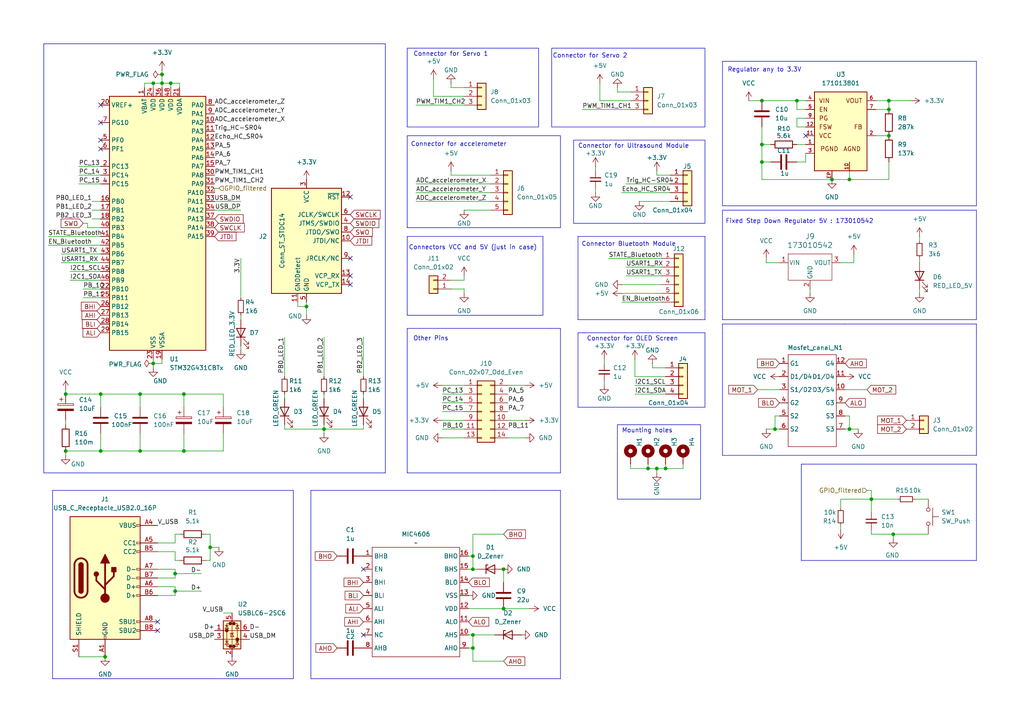
<source format=kicad_sch>
(kicad_sch (version 20231120) (generator "eeschema") (generator_version "8.0")
  (paper "A4")
  (junction (at 46.99 24.13))
  (junction (at 146.05 176.53))
  (junction (at 29.21 114.3))
  (junction (at 246.38 52.07))
  (junction (at 60.96 158.75))
  (junction (at 252.73 144.78))
  (junction (at 50.8 171.45))
  (junction (at 19.05 130.81))
  (junction (at 257.81 29.21))
  (junction (at 30.48 190.5))
  (junction (at 193.04 135.89))
  (junction (at 220.98 41.91))
  (junction (at 137.16 187.96))
  (junction (at 53.34 130.81))
  (junction (at 49.53 24.13))
  (junction (at 53.34 114.3))
  (junction (at 220.98 29.21))
  (junction (at 246.38 124.46))
  (junction (at 220.98 46.99))
  (junction (at 146.05 165.1))
  (junction (at 46.99 21.59))
  (junction (at 241.3 52.07))
  (junction (at 29.21 130.81))
  (junction (at 187.96 135.89))
  (junction (at 257.81 39.37))
  (junction (at 190.5 135.89))
  (junction (at 19.05 114.3))
  (junction (at 137.16 161.29))
  (junction (at 231.14 29.21))
  (junction (at 259.08 154.94))
  (junction (at 44.45 24.13))
  (junction (at 40.64 114.3))
  (junction (at 44.45 105.41))
  (junction (at 93.98 124.46))
  (junction (at 137.16 184.15))
  (junction (at 224.79 124.46))
  (junction (at 50.8 166.37))
  (junction (at 40.64 130.81))
  (junction (at 257.81 31.75))
  (junction (at 137.16 165.1))
  (junction (at 88.9 88.9))
  (no_connect (at 101.6 82.55))
  (no_connect (at 101.6 57.15))
  (no_connect (at 29.21 43.18))
  (no_connect (at 29.21 30.48))
  (no_connect (at 29.21 35.56))
  (no_connect (at 105.41 165.1))
  (no_connect (at 45.72 180.34))
  (no_connect (at 233.68 39.37))
  (no_connect (at 45.72 182.88))
  (no_connect (at 105.41 184.15))
  (no_connect (at 101.6 74.93))
  (no_connect (at 101.6 80.01))
  (no_connect (at 29.21 40.64))
  (wire (pts (xy 128.27 116.84) (xy 134.62 116.84)))
  (wire (pts (xy 251.46 142.24) (xy 252.73 142.24)))
  (wire (pts (xy 24.13 83.82) (xy 29.21 83.82)))
  (wire (pts (xy 93.98 114.3) (xy 93.98 115.57)))
  (polyline (pts (xy 118.11 127) (xy 118.11 137.16)))
  (wire (pts (xy 246.38 49.53) (xy 246.38 52.07)))
  (wire (pts (xy 69.85 100.33) (xy 69.85 101.6)))
  (wire (pts (xy 64.77 125.73) (xy 64.77 130.81)))
  (wire (pts (xy 234.95 83.82) (xy 234.95 85.09)))
  (polyline (pts (xy 162.56 137.16) (xy 162.56 95.25)))
  (wire (pts (xy 59.69 154.94) (xy 60.96 154.94)))
  (wire (pts (xy 50.8 171.45) (xy 50.8 172.72)))
  (wire (pts (xy 247.65 73.66) (xy 247.65 76.2)))
  (wire (pts (xy 184.15 111.76) (xy 193.04 111.76)))
  (wire (pts (xy 233.68 36.83) (xy 231.14 36.83)))
  (polyline (pts (xy 167.64 68.58) (xy 167.64 91.44)))
  (polyline (pts (xy 283.21 134.62) (xy 283.21 162.56)))
  (polyline (pts (xy 12.7 137.16) (xy 111.76 137.16)))
  (wire (pts (xy 25.4 64.77) (xy 25.4 66.04)))
  (wire (pts (xy 17.78 76.2) (xy 29.21 76.2)))
  (wire (pts (xy 50.8 171.45) (xy 58.42 171.45)))
  (polyline (pts (xy 167.64 92.71) (xy 167.64 91.44)))
  (wire (pts (xy 222.25 124.46) (xy 224.79 124.46)))
  (wire (pts (xy 49.53 24.13) (xy 52.07 24.13)))
  (polyline (pts (xy 90.17 142.24) (xy 143.51 142.24)))
  (wire (pts (xy 243.84 153.67) (xy 243.84 152.4)))
  (wire (pts (xy 130.81 83.82) (xy 134.62 83.82)))
  (polyline (pts (xy 85.09 196.85) (xy 15.24 196.85)))
  (wire (pts (xy 182.88 134.62) (xy 182.88 135.89)))
  (polyline (pts (xy 283.21 17.78) (xy 283.21 59.69)))
  (polyline (pts (xy 204.47 90.17) (xy 204.47 92.71)))
  (wire (pts (xy 44.45 24.13) (xy 44.45 25.4)))
  (wire (pts (xy 224.79 124.46) (xy 226.06 124.46)))
  (wire (pts (xy 19.05 130.81) (xy 19.05 132.08)))
  (polyline (pts (xy 167.64 118.11) (xy 167.64 96.52)))
  (polyline (pts (xy 15.24 196.85) (xy 15.24 142.24)))
  (wire (pts (xy 264.16 29.21) (xy 257.81 29.21)))
  (wire (pts (xy 231.14 46.99) (xy 233.68 46.99)))
  (wire (pts (xy 120.65 30.48) (xy 134.62 30.48)))
  (wire (pts (xy 233.68 46.99) (xy 233.68 44.45)))
  (wire (pts (xy 62.23 60.96) (xy 69.85 60.96)))
  (polyline (pts (xy 204.47 96.52) (xy 204.47 118.11)))
  (wire (pts (xy 13.97 71.12) (xy 29.21 71.12)))
  (wire (pts (xy 265.43 144.78) (xy 269.24 144.78)))
  (wire (pts (xy 64.77 114.3) (xy 64.77 118.11)))
  (wire (pts (xy 138.43 165.1) (xy 137.16 165.1)))
  (wire (pts (xy 190.5 49.53) (xy 190.5 50.8)))
  (wire (pts (xy 254 39.37) (xy 257.81 39.37)))
  (polyline (pts (xy 168.91 96.52) (xy 204.47 96.52)))
  (wire (pts (xy 266.7 68.58) (xy 266.7 69.85)))
  (wire (pts (xy 130.81 24.13) (xy 130.81 25.4)))
  (wire (pts (xy 189.23 105.41) (xy 189.23 106.68)))
  (wire (pts (xy 60.96 158.75) (xy 60.96 162.56)))
  (wire (pts (xy 64.77 177.8) (xy 67.31 177.8)))
  (wire (pts (xy 176.53 74.93) (xy 191.77 74.93)))
  (wire (pts (xy 69.85 74.93) (xy 69.85 86.36)))
  (wire (pts (xy 220.98 46.99) (xy 220.98 52.07)))
  (wire (pts (xy 29.21 130.81) (xy 19.05 130.81)))
  (wire (pts (xy 220.98 41.91) (xy 220.98 46.99)))
  (wire (pts (xy 254 31.75) (xy 257.81 31.75)))
  (wire (pts (xy 173.99 24.13) (xy 173.99 29.21)))
  (wire (pts (xy 134.62 83.82) (xy 134.62 85.09)))
  (wire (pts (xy 50.8 154.94) (xy 52.07 154.94)))
  (wire (pts (xy 125.73 27.94) (xy 134.62 27.94)))
  (wire (pts (xy 243.84 147.32) (xy 243.84 144.78)))
  (wire (pts (xy 45.72 157.48) (xy 50.8 157.48)))
  (wire (pts (xy 88.9 91.44) (xy 88.9 88.9)))
  (polyline (pts (xy 118.11 39.37) (xy 118.11 66.04)))
  (wire (pts (xy 259.08 154.94) (xy 259.08 156.21)))
  (polyline (pts (xy 118.11 39.37) (xy 119.38 39.37)))
  (wire (pts (xy 135.89 184.15) (xy 137.16 184.15)))
  (wire (pts (xy 220.98 41.91) (xy 223.52 41.91)))
  (wire (pts (xy 137.16 187.96) (xy 135.89 187.96)))
  (wire (pts (xy 128.27 114.3) (xy 134.62 114.3)))
  (wire (pts (xy 125.73 22.86) (xy 125.73 27.94)))
  (polyline (pts (xy 90.17 196.85) (xy 90.17 142.24)))
  (polyline (pts (xy 162.56 39.37) (xy 162.56 66.04)))
  (polyline (pts (xy 232.41 134.62) (xy 283.21 134.62)))
  (wire (pts (xy 175.26 110.49) (xy 175.26 111.76)))
  (wire (pts (xy 134.62 60.96) (xy 142.24 60.96)))
  (wire (pts (xy 26.67 63.5) (xy 29.21 63.5)))
  (wire (pts (xy 128.27 119.38) (xy 134.62 119.38)))
  (polyline (pts (xy 162.56 95.25) (xy 160.02 95.25)))
  (polyline (pts (xy 283.21 93.98) (xy 283.21 96.52)))
  (wire (pts (xy 180.34 87.63) (xy 191.77 87.63)))
  (polyline (pts (xy 204.47 118.11) (xy 167.64 118.11)))
  (wire (pts (xy 46.99 21.59) (xy 46.99 24.13)))
  (wire (pts (xy 49.53 25.4) (xy 49.53 24.13)))
  (polyline (pts (xy 204.47 68.58) (xy 204.47 90.17)))
  (wire (pts (xy 168.91 31.75) (xy 182.88 31.75)))
  (polyline (pts (xy 119.38 39.37) (xy 162.56 39.37)))
  (wire (pts (xy 60.96 154.94) (xy 60.96 158.75)))
  (wire (pts (xy 40.64 118.11) (xy 40.64 114.3)))
  (polyline (pts (xy 245.11 93.98) (xy 283.21 93.98)))
  (wire (pts (xy 220.98 36.83) (xy 220.98 41.91)))
  (wire (pts (xy 257.81 31.75) (xy 257.81 29.21)))
  (wire (pts (xy 181.61 53.34) (xy 194.31 53.34)))
  (wire (pts (xy 46.99 20.32) (xy 46.99 21.59)))
  (polyline (pts (xy 162.56 142.24) (xy 162.56 196.85)))
  (wire (pts (xy 180.34 85.09) (xy 191.77 85.09)))
  (polyline (pts (xy 209.55 96.52) (xy 209.55 132.08)))
  (wire (pts (xy 231.14 41.91) (xy 233.68 41.91)))
  (wire (pts (xy 88.9 88.9) (xy 86.36 88.9)))
  (wire (pts (xy 46.99 24.13) (xy 49.53 24.13)))
  (wire (pts (xy 257.81 52.07) (xy 246.38 52.07)))
  (wire (pts (xy 19.05 121.92) (xy 19.05 123.19)))
  (wire (pts (xy 29.21 118.11) (xy 29.21 114.3)))
  (polyline (pts (xy 283.21 96.52) (xy 283.21 132.08)))
  (wire (pts (xy 22.86 190.5) (xy 30.48 190.5)))
  (polyline (pts (xy 167.64 68.58) (xy 204.47 68.58)))
  (wire (pts (xy 245.11 113.03) (xy 251.46 113.03)))
  (wire (pts (xy 22.86 53.34) (xy 29.21 53.34)))
  (wire (pts (xy 105.41 123.19) (xy 105.41 124.46)))
  (polyline (pts (xy 209.55 17.78) (xy 283.21 17.78)))
  (wire (pts (xy 259.08 154.94) (xy 269.24 154.94)))
  (wire (pts (xy 88.9 87.63) (xy 88.9 88.9)))
  (wire (pts (xy 219.71 113.03) (xy 226.06 113.03)))
  (polyline (pts (xy 167.64 96.52) (xy 170.18 96.52)))
  (wire (pts (xy 93.98 97.79) (xy 93.98 109.22)))
  (wire (pts (xy 137.16 161.29) (xy 137.16 165.1)))
  (wire (pts (xy 222.25 76.2) (xy 226.06 76.2)))
  (wire (pts (xy 53.34 125.73) (xy 53.34 130.81)))
  (wire (pts (xy 13.97 68.58) (xy 29.21 68.58)))
  (wire (pts (xy 53.34 114.3) (xy 53.34 118.11)))
  (wire (pts (xy 62.23 54.61) (xy 63.5 54.61)))
  (wire (pts (xy 130.81 25.4) (xy 134.62 25.4)))
  (wire (pts (xy 184.15 109.22) (xy 193.04 109.22)))
  (polyline (pts (xy 283.21 92.71) (xy 209.55 92.71)))
  (polyline (pts (xy 283.21 132.08) (xy 283.21 132.08)))
  (wire (pts (xy 128.27 111.76) (xy 134.62 111.76)))
  (wire (pts (xy 184.15 114.3) (xy 193.04 114.3)))
  (wire (pts (xy 135.89 176.53) (xy 146.05 176.53)))
  (wire (pts (xy 231.14 34.29) (xy 233.68 34.29)))
  (wire (pts (xy 46.99 104.14) (xy 46.99 105.41)))
  (wire (pts (xy 220.98 52.07) (xy 241.3 52.07)))
  (wire (pts (xy 220.98 46.99) (xy 223.52 46.99)))
  (wire (pts (xy 246.38 124.46) (xy 248.92 124.46)))
  (wire (pts (xy 137.16 154.94) (xy 137.16 161.29)))
  (wire (pts (xy 20.32 81.28) (xy 29.21 81.28)))
  (wire (pts (xy 40.64 125.73) (xy 40.64 130.81)))
  (polyline (pts (xy 118.11 127) (xy 118.11 95.25)))
  (wire (pts (xy 44.45 106.68) (xy 44.45 105.41)))
  (wire (pts (xy 105.41 114.3) (xy 105.41 115.57)))
  (wire (pts (xy 246.38 52.07) (xy 241.3 52.07)))
  (wire (pts (xy 137.16 161.29) (xy 135.89 161.29)))
  (wire (pts (xy 24.13 64.77) (xy 25.4 64.77)))
  (wire (pts (xy 120.65 53.34) (xy 142.24 53.34)))
  (wire (pts (xy 93.98 124.46) (xy 93.98 125.73)))
  (wire (pts (xy 222.25 74.93) (xy 222.25 76.2)))
  (polyline (pts (xy 118.11 95.25) (xy 160.02 95.25)))
  (wire (pts (xy 187.96 135.89) (xy 190.5 135.89)))
  (wire (pts (xy 187.96 134.62) (xy 187.96 135.89)))
  (wire (pts (xy 45.72 170.18) (xy 50.8 170.18)))
  (wire (pts (xy 247.65 76.2) (xy 243.84 76.2)))
  (wire (pts (xy 189.23 106.68) (xy 193.04 106.68)))
  (wire (pts (xy 59.69 162.56) (xy 60.96 162.56)))
  (wire (pts (xy 50.8 166.37) (xy 50.8 167.64)))
  (polyline (pts (xy 12.7 137.16) (xy 12.7 12.7)))
  (wire (pts (xy 82.55 97.79) (xy 82.55 109.22)))
  (wire (pts (xy 245.11 120.65) (xy 246.38 120.65)))
  (wire (pts (xy 41.91 24.13) (xy 44.45 24.13)))
  (wire (pts (xy 152.4 121.92) (xy 147.32 121.92)))
  (wire (pts (xy 29.21 60.96) (xy 26.67 60.96)))
  (wire (pts (xy 24.13 86.36) (xy 29.21 86.36)))
  (wire (pts (xy 173.99 29.21) (xy 182.88 29.21)))
  (wire (pts (xy 53.34 114.3) (xy 64.77 114.3)))
  (wire (pts (xy 266.7 74.93) (xy 266.7 76.2)))
  (wire (pts (xy 152.4 127) (xy 147.32 127)))
  (wire (pts (xy 50.8 170.18) (xy 50.8 171.45)))
  (wire (pts (xy 128.27 124.46) (xy 134.62 124.46)))
  (wire (pts (xy 146.05 191.77) (xy 137.16 191.77)))
  (wire (pts (xy 52.07 24.13) (xy 52.07 25.4)))
  (wire (pts (xy 120.65 58.42) (xy 142.24 58.42)))
  (wire (pts (xy 231.14 36.83) (xy 231.14 34.29)))
  (wire (pts (xy 17.78 73.66) (xy 29.21 73.66)))
  (polyline (pts (xy 283.21 59.69) (xy 209.55 59.69)))
  (polyline (pts (xy 118.11 68.58) (xy 157.48 68.58)))
  (wire (pts (xy 128.27 121.92) (xy 134.62 121.92)))
  (wire (pts (xy 134.62 81.28) (xy 130.81 81.28)))
  (wire (pts (xy 29.21 130.81) (xy 40.64 130.81)))
  (wire (pts (xy 82.55 114.3) (xy 82.55 115.57)))
  (wire (pts (xy 184.15 104.14) (xy 184.15 109.22)))
  (polyline (pts (xy 162.56 196.85) (xy 90.17 196.85)))
  (wire (pts (xy 172.72 54.61) (xy 172.72 55.88)))
  (wire (pts (xy 137.16 191.77) (xy 137.16 187.96)))
  (wire (pts (xy 20.32 78.74) (xy 29.21 78.74)))
  (wire (pts (xy 243.84 144.78) (xy 252.73 144.78)))
  (polyline (pts (xy 209.55 93.98) (xy 209.55 96.52)))
  (wire (pts (xy 19.05 114.3) (xy 19.05 113.03)))
  (wire (pts (xy 180.34 55.88) (xy 194.31 55.88)))
  (wire (pts (xy 185.42 58.42) (xy 194.31 58.42)))
  (wire (pts (xy 45.72 165.1) (xy 50.8 165.1)))
  (wire (pts (xy 252.73 148.59) (xy 252.73 144.78)))
  (wire (pts (xy 231.14 29.21) (xy 231.14 31.75)))
  (polyline (pts (xy 85.09 142.24) (xy 85.09 196.85)))
  (wire (pts (xy 257.81 46.99) (xy 257.81 52.07)))
  (wire (pts (xy 53.34 130.81) (xy 64.77 130.81)))
  (wire (pts (xy 29.21 114.3) (xy 19.05 114.3)))
  (wire (pts (xy 62.23 58.42) (xy 69.85 58.42)))
  (polyline (pts (xy 232.41 134.62) (xy 232.41 162.56)))
  (polyline (pts (xy 111.76 12.7) (xy 111.76 137.16)))
  (wire (pts (xy 44.45 104.14) (xy 44.45 105.41)))
  (wire (pts (xy 62.23 54.61) (xy 62.23 55.88)))
  (wire (pts (xy 146.05 165.1) (xy 146.05 168.91)))
  (wire (pts (xy 69.85 91.44) (xy 69.85 92.71)))
  (polyline (pts (xy 283.21 60.96) (xy 283.21 92.71)))
  (wire (pts (xy 128.27 127) (xy 134.62 127)))
  (polyline (pts (xy 283.21 162.56) (xy 232.41 162.56)))
  (wire (pts (xy 46.99 24.13) (xy 46.99 25.4)))
  (wire (pts (xy 259.08 154.94) (xy 252.73 154.94)))
  (polyline (pts (xy 209.55 60.96) (xy 283.21 60.96)))
  (wire (pts (xy 181.61 80.01) (xy 191.77 80.01)))
  (wire (pts (xy 45.72 160.02) (xy 50.8 160.02)))
  (wire (pts (xy 137.16 184.15) (xy 137.16 187.96)))
  (wire (pts (xy 82.55 124.46) (xy 93.98 124.46)))
  (wire (pts (xy 137.16 165.1) (xy 135.89 165.1)))
  (wire (pts (xy 246.38 120.65) (xy 246.38 124.46)))
  (wire (pts (xy 224.79 120.65) (xy 224.79 124.46)))
  (wire (pts (xy 181.61 77.47) (xy 191.77 77.47)))
  (wire (pts (xy 220.98 29.21) (xy 231.14 29.21)))
  (polyline (pts (xy 118.11 68.58) (xy 118.11 91.44)))
  (wire (pts (xy 180.34 82.55) (xy 191.77 82.55)))
  (wire (pts (xy 50.8 167.64) (xy 45.72 167.64)))
  (wire (pts (xy 130.81 50.8) (xy 142.24 50.8)))
  (wire (pts (xy 190.5 135.89) (xy 190.5 137.16)))
  (wire (pts (xy 50.8 160.02) (xy 50.8 162.56)))
  (polyline (pts (xy 162.56 66.04) (xy 118.11 66.04)))
  (wire (pts (xy 198.12 135.89) (xy 193.04 135.89)))
  (wire (pts (xy 146.05 176.53) (xy 153.67 176.53)))
  (wire (pts (xy 50.8 157.48) (xy 50.8 154.94)))
  (polyline (pts (xy 157.48 68.58) (xy 157.48 91.44)))
  (wire (pts (xy 40.64 114.3) (xy 53.34 114.3)))
  (wire (pts (xy 172.72 48.26) (xy 172.72 49.53)))
  (wire (pts (xy 252.73 142.24) (xy 252.73 144.78)))
  (wire (pts (xy 175.26 104.14) (xy 175.26 105.41)))
  (wire (pts (xy 29.21 58.42) (xy 26.67 58.42)))
  (polyline (pts (xy 12.7 12.7) (xy 111.76 12.7)))
  (wire (pts (xy 245.11 124.46) (xy 246.38 124.46)))
  (wire (pts (xy 146.05 154.94) (xy 137.16 154.94)))
  (wire (pts (xy 29.21 125.73) (xy 29.21 130.81)))
  (wire (pts (xy 82.55 123.19) (xy 82.55 124.46)))
  (wire (pts (xy 120.65 55.88) (xy 142.24 55.88)))
  (wire (pts (xy 190.5 135.89) (xy 193.04 135.89)))
  (polyline (pts (xy 245.11 93.98) (xy 209.55 93.98)))
  (wire (pts (xy 50.8 165.1) (xy 50.8 166.37)))
  (polyline (pts (xy 143.51 142.24) (xy 162.56 142.24)))
  (polyline (pts (xy 209.55 17.78) (xy 209.55 59.69)))
  (wire (pts (xy 40.64 130.81) (xy 53.34 130.81)))
  (wire (pts (xy 182.88 135.89) (xy 187.96 135.89)))
  (wire (pts (xy 105.41 97.79) (xy 105.41 109.22)))
  (wire (pts (xy 252.73 154.94) (xy 252.73 153.67)))
  (polyline (pts (xy 118.11 137.16) (xy 162.56 137.16)))
  (wire (pts (xy 60.96 158.75) (xy 63.5 158.75)))
  (wire (pts (xy 22.86 48.26) (xy 29.21 48.26)))
  (wire (pts (xy 50.8 172.72) (xy 45.72 172.72)))
  (wire (pts (xy 130.81 49.53) (xy 130.81 50.8)))
  (wire (pts (xy 93.98 123.19) (xy 93.98 124.46)))
  (wire (pts (xy 29.21 114.3) (xy 40.64 114.3)))
  (wire (pts (xy 190.5 50.8) (xy 194.31 50.8)))
  (polyline (pts (xy 204.47 92.71) (xy 167.64 92.71)))
  (wire (pts (xy 50.8 162.56) (xy 52.07 162.56)))
  (wire (pts (xy 266.7 85.09) (xy 266.7 83.82)))
  (wire (pts (xy 231.14 29.21) (xy 233.68 29.21)))
  (wire (pts (xy 93.98 124.46) (xy 105.41 124.46)))
  (wire (pts (xy 44.45 24.13) (xy 46.99 24.13)))
  (wire (pts (xy 44.45 105.41) (xy 46.99 105.41)))
  (wire (pts (xy 152.4 111.76) (xy 147.32 111.76)))
  (wire (pts (xy 50.8 166.37) (xy 58.42 166.37)))
  (wire (pts (xy 22.86 50.8) (xy 29.21 50.8)))
  (wire (pts (xy 179.07 26.67) (xy 182.88 26.67)))
  (wire (pts (xy 179.07 25.4) (xy 179.07 26.67)))
  (wire (pts (xy 198.12 135.89) (xy 198.12 134.62)))
  (polyline (pts (xy 209.55 132.08) (xy 283.21 132.08)))
  (wire (pts (xy 143.51 184.15) (xy 137.16 184.15)))
  (wire (pts (xy 25.4 66.04) (xy 29.21 66.04)))
  (wire (pts (xy 217.17 29.21) (xy 220.98 29.21)))
  (wire (pts (xy 257.81 29.21) (xy 254 29.21)))
  (wire (pts (xy 226.06 120.65) (xy 224.79 120.65)))
  (polyline (pts (xy 15.24 142.24) (xy 85.09 142.24)))
  (polyline (pts (xy 157.48 91.44) (xy 118.11 91.44)))
  (wire (pts (xy 231.14 31.75) (xy 233.68 31.75)))
  (polyline (pts (xy 209.55 60.96) (xy 209.55 92.71)))
  (wire (pts (xy 252.73 144.78) (xy 260.35 144.78)))
  (wire (pts (xy 41.91 24.13) (xy 41.91 25.4)))
  (wire (pts (xy 193.04 134.62) (xy 193.04 135.89)))
  (wire (pts (xy 134.62 80.01) (xy 134.62 81.28)))
  (wire (pts (xy 86.36 88.9) (xy 86.36 87.63)))
  (rectangle (start 179.07 123.19) (end 203.2 144.78))
  (rectangle (start 160.02 13.97) (end 204.47 36.83))
  (rectangle (start 166.37 40.64) (end 204.47 64.77))
  (rectangle (start 118.11 13.97) (end 156.21 36.83))
  (text "Fixed Step Down Regulator 5V : 173010542" (at 231.902 64.262 0) (effects (font (size 1.27 1.27))))
  (text "Regulator any to 3.3V" (at 221.742 20.32 0) (effects (font (size 1.27 1.27))))
  (text "Mounting holes" (at 180.34 125.73 0) (effects (font (size 1.27 1.27)) (justify left bottom)))
  (text "Connector for OLED Screen" (at 170.18 99.06 0) (effects (font (size 1.27 1.27)) (justify left bottom)))
  (text "Other Pins\n\n" (at 124.968 99.314 0) (effects (font (size 1.27 1.27))))
  (text "Connector Bluetooth Module" (at 168.656 71.628 0) (effects (font (size 1.27 1.27)) (justify left bottom)))
  (text "Connector for Servo 2\n" (at 160.274 17.018 0) (effects (font (size 1.27 1.27)) (justify left bottom)))
  (text "Connectors VCC and 5V (just in case)" (at 137.16 71.882 0) (effects (font (size 1.27 1.27))))
  (text "Connector for Ultrasound Module" (at 167.64 43.18 0) (effects (font (size 1.27 1.27)) (justify left bottom)))
  (text "Connector for Servo 1\n" (at 119.888 16.51 0) (effects (font (size 1.27 1.27)) (justify left bottom)))
  (text "Connector for accelerometer\n\n" (at 119.126 44.704 0) (effects (font (size 1.27 1.27)) (justify left bottom)))
  (label "PB_10" (at 128.27 124.46 0))
  (label "PB0_LED_1" (at 82.55 97.79 270))
  (label "EN_Bluetooth" (at 180.34 87.63 0))
  (label "PA_5" (at 62.23 43.18 0))
  (label "D+" (at 62.23 182.88 180))
  (label "Trig_HC-SR04" (at 181.61 53.34 0))
  (label "I2C1_SDA" (at 184.15 114.3 0))
  (label "PA_7" (at 62.23 48.26 0))
  (label "STATE_Bluetooth" (at 176.53 74.93 0))
  (label "PC_15" (at 22.86 53.34 0))
  (label "USB_DP" (at 62.23 185.42 180))
  (label "PC_13" (at 128.27 114.3 0))
  (label "PB2_LED_3" (at 105.41 97.79 270))
  (label "D-" (at 72.39 182.88 0))
  (label "Trig_HC-SR04" (at 62.23 38.1 0))
  (label "PC_15" (at 128.27 119.38 0))
  (label "PC_14" (at 22.86 50.8 0))
  (label "Echo_HC_SR04" (at 180.34 55.88 0))
  (label "USART1_RX" (at 17.78 76.2 0))
  (label "USART1_TX" (at 181.61 80.01 0))
  (label "PA_6" (at 147.32 116.84 0))
  (label "I2C1_SCL" (at 20.32 78.74 0))
  (label "PWM_TIM1_CH2" (at 120.65 30.48 0))
  (label "PA_6" (at 62.23 45.72 0))
  (label "ADC_accelerometer_Y" (at 120.65 55.88 0))
  (label "D+" (at 58.42 171.45 180))
  (label "PC_13" (at 22.86 48.26 0))
  (label "ADC_accelerometer_Z" (at 120.65 58.42 0))
  (label "D-" (at 58.42 166.37 180))
  (label "USB_DM" (at 69.85 58.42 180))
  (label "ADC_accelerometer_Y" (at 62.23 33.02 0))
  (label "ADC_accelerometer_X" (at 120.65 53.34 0))
  (label "V_USB" (at 64.77 177.8 180))
  (label "EN_Bluetooth" (at 13.97 71.12 0))
  (label "PWM_TIM1_CH1" (at 168.91 31.75 0))
  (label "PB_11" (at 147.32 124.46 0))
  (label "PB_11" (at 24.13 86.36 0))
  (label "PB1_LED_2" (at 93.98 97.79 270))
  (label "PWM_TIM1_CH2" (at 62.23 53.34 0))
  (label "PWM_TIM1_CH1" (at 62.23 50.8 0))
  (label "STATE_Bluetooth" (at 13.97 68.58 0))
  (label "PB_10" (at 24.13 83.82 0))
  (label "V_USB" (at 45.72 152.4 0))
  (label "PA_7" (at 147.32 119.38 0))
  (label "I2C1_SCL" (at 184.15 111.76 0))
  (label "USB_DM" (at 72.39 185.42 0))
  (label "I2C1_SDA" (at 20.32 81.28 0))
  (label "3.3V" (at 69.85 74.93 270))
  (label "ADC_accelerometer_Z" (at 62.23 30.48 0))
  (label "USART1_TX" (at 17.78 73.66 0))
  (label "PB0_LED_1" (at 26.67 58.42 180))
  (label "PA_5" (at 147.32 114.3 0))
  (label "USART1_RX" (at 181.61 77.47 0))
  (label "PC_14" (at 128.27 116.84 0))
  (label "ADC_accelerometer_X" (at 62.23 35.56 0))
  (label "USB_DP" (at 69.85 60.96 180))
  (label "PB2_LED_3" (at 26.67 63.5 180))
  (label "PB1_LED_2" (at 26.67 60.96 180))
  (label "Echo_HC_SR04" (at 62.23 40.64 0))
  (global_label "BLO" (shape input) (at 226.06 116.84 180) (property "Intersheetrefs" "${INTERSHEET_REFS}" (effects (hide yes))))
  (global_label "BHO" (shape input) (at 97.79 161.29 180) (property "Intersheetrefs" "${INTERSHEET_REFS}" (effects (hide yes))))
  (global_label "MOT_2" (shape input) (at 251.46 113.03 0) (property "Intersheetrefs" "${INTERSHEET_REFS}" (effects (hide yes))))
  (global_label "SWCLK" (shape input) (at 101.6 62.23 0) (property "Intersheetrefs" "${INTERSHEET_REFS}" (effects (hide yes))))
  (global_label "SWO" (shape input) (at 101.6 67.31 0) (property "Intersheetrefs" "${INTERSHEET_REFS}" (effects (hide yes))))
  (global_label "SWO" (shape input) (at 24.13 64.77 180) (property "Intersheetrefs" "${INTERSHEET_REFS}" (effects (hide yes))))
  (global_label "AHI" (shape input) (at 105.41 180.34 180) (property "Intersheetrefs" "${INTERSHEET_REFS}" (effects (hide yes))))
  (global_label "ALI" (shape input) (at 29.21 96.52 180) (property "Intersheetrefs" "${INTERSHEET_REFS}" (effects (hide yes))))
  (global_label "AHO" (shape input) (at 97.79 187.96 180) (property "Intersheetrefs" "${INTERSHEET_REFS}" (effects (hide yes))))
  (global_label "MOT_2" (shape input) (at 262.89 124.46 180) (property "Intersheetrefs" "${INTERSHEET_REFS}" (effects (hide yes))))
  (global_label "AHO" (shape input) (at 245.11 105.41 0) (property "Intersheetrefs" "${INTERSHEET_REFS}" (effects (hide yes))))
  (global_label "ALO" (shape input) (at 245.11 116.84 0) (property "Intersheetrefs" "${INTERSHEET_REFS}" (effects (hide yes))))
  (global_label "BLI" (shape input) (at 29.21 93.98 180) (property "Intersheetrefs" "${INTERSHEET_REFS}" (effects (hide yes))))
  (global_label "ALI" (shape input) (at 105.41 176.53 180) (property "Intersheetrefs" "${INTERSHEET_REFS}" (effects (hide yes))))
  (global_label "BLO" (shape input) (at 135.89 168.91 0) (property "Intersheetrefs" "${INTERSHEET_REFS}" (effects (hide yes))))
  (global_label "BHO" (shape input) (at 226.06 105.41 180) (property "Intersheetrefs" "${INTERSHEET_REFS}" (effects (hide yes))))
  (global_label "SWCLK" (shape input) (at 62.23 66.04 0) (property "Intersheetrefs" "${INTERSHEET_REFS}" (effects (hide yes))))
  (global_label "JTDI" (shape input) (at 101.6 69.85 0) (property "Intersheetrefs" "${INTERSHEET_REFS}" (effects (hide yes))))
  (global_label "AHI" (shape input) (at 29.21 91.44 180) (property "Intersheetrefs" "${INTERSHEET_REFS}" (effects (hide yes))))
  (global_label "AHO" (shape input) (at 146.05 191.77 0) (property "Intersheetrefs" "${INTERSHEET_REFS}" (effects (hide yes))))
  (global_label "BHO" (shape input) (at 146.05 154.94 0) (property "Intersheetrefs" "${INTERSHEET_REFS}" (effects (hide yes))))
  (global_label "MOT_1" (shape input) (at 219.71 113.03 180) (property "Intersheetrefs" "${INTERSHEET_REFS}" (effects (hide yes))))
  (global_label "BHI" (shape input) (at 29.21 88.9 180) (property "Intersheetrefs" "${INTERSHEET_REFS}" (effects (hide yes))))
  (global_label "BHI" (shape input) (at 105.41 168.91 180) (property "Intersheetrefs" "${INTERSHEET_REFS}" (effects (hide yes))))
  (global_label "MOT_1" (shape input) (at 262.89 121.92 180) (property "Intersheetrefs" "${INTERSHEET_REFS}" (effects (hide yes))))
  (global_label "BLI" (shape input) (at 105.41 172.72 180) (property "Intersheetrefs" "${INTERSHEET_REFS}" (effects (hide yes))))
  (global_label "SWDIO" (shape input) (at 101.6 64.77 0) (property "Intersheetrefs" "${INTERSHEET_REFS}" (effects (hide yes))))
  (global_label "ALO" (shape input) (at 135.89 180.34 0) (property "Intersheetrefs" "${INTERSHEET_REFS}" (effects (hide yes))))
  (global_label "SWDIO" (shape input) (at 62.23 63.5 0) (property "Intersheetrefs" "${INTERSHEET_REFS}" (effects (hide yes))))
  (global_label "JTDI" (shape input) (at 62.23 68.58 0) (property "Intersheetrefs" "${INTERSHEET_REFS}" (effects (hide yes))))
  (hierarchical_label "GPIO_filtered" (shape input) (at 63.5 54.61 0))
  (hierarchical_label "GPIO_filtered" (shape input) (at 251.46 142.24 180))
  (symbol (lib_id "Connector_Generic:Conn_01x05") (at 147.32 55.88 0) (unit 1)
    (property "Reference" "J6" (at 149.86 54.6099 0) (effects (justify left)))
    (property "Value" "Conn_01x05" (at 149.86 57.1499 0) (effects (justify left)))
    (property "Footprint" "Connector_JST:JST_XH_B5B-XH-A_1x05_P2.50mm_Vertical" (effects (hide yes)))
    (property "Description" "Generic connector, single row, 01x05, script generated (kicad-library-utils/schlib/autogen/connector/)" (effects (hide yes)))
  )
  (symbol (lib_id "power:GND") (at 172.72 55.88 0) (unit 1)
    (property "Reference" "#PWR030" (effects (hide yes)))
    (property "Value" "GND" (at 172.72 59.69 0))
  )
  (symbol (lib_id "Connector_Generic:Conn_01x04") (at 199.39 53.34 0) (unit 1)
    (property "Reference" "J5" (at 198.12 48.26 0) (effects (justify left)))
    (property "Value" "Conn_01x04" (at 189.23 60.96 0) (effects (justify left)))
    (property "Footprint" "Connector_JST:JST_XH_B4B-XH-A_1x04_P2.50mm_Vertical" (effects (hide yes)))
  )
  (symbol (lib_id "173010542_5V_Buck:173010542") (at 234.95 77.47 0) (unit 1)
    (property "Reference" "J9" (at 234.95 68.58 0) (effects (font (size 1.524 1.524))))
    (property "Value" "173010542" (at 234.95 71.12 0) (effects (font (size 1.524 1.524))))
    (property "Footprint" "Library_MAKER:173013542" (effects (hide yes)))
    (property "Datasheet" "https://www.we-online.com/components/products/datasheet/173010542.pdf" (effects (hide yes)))
    (property "MPN" "173010542" (effects (hide yes)))
  )
  (symbol (lib_id "power:+3.3V") (at 264.16 29.21 270) (unit 1)
    (property "Reference" "#PWR023" (effects (hide yes)))
    (property "Value" "+3.3V" (at 267.97 29.2099 90) (effects (justify left)))
    (property "Description" "Power symbol creates a global label with name \"+3.3V\"" (effects (hide yes)))
  )
  (symbol (lib_id "power:VCC") (at 245.11 109.22 270) (unit 1)
    (property "Reference" "#PWR049" (effects (hide yes)))
    (property "Value" "VCC" (at 248.92 109.2199 90) (effects (justify left)))
    (property "Description" "Power symbol creates a global label with name \"VCC\"" (effects (hide yes)))
  )
  (symbol (lib_id "Device:C_Polarized") (at 19.05 118.11 0) (unit 1)
    (property "Reference" "C14" (at 22.86 115.9509 0) (effects (justify left)))
    (property "Value" "10uF" (at 22.86 118.4909 0) (effects (justify left)))
    (property "Footprint" "Capacitor_SMD:CP_Elec_4x5.7" (effects (hide yes)))
  )
  (symbol (lib_id "power:GND") (at 180.34 82.55 270) (unit 1)
    (property "Reference" "#PWR051" (effects (hide yes)))
    (property "Value" "GND" (at 176.53 82.5499 90) (effects (justify right)))
    (property "Description" "Power symbol creates a global label with name \"GND\" , ground" (effects (hide yes)))
  )
  (symbol (lib_id "Device:C_Polarized") (at 64.77 121.92 0) (unit 1)
    (property "Reference" "C18" (at 68.58 119.7609 0) (effects (justify left)))
    (property "Value" "10uF" (at 68.58 122.3009 0) (effects (justify left)))
    (property "Footprint" "Capacitor_SMD:CP_Elec_4x5.7" (effects (hide yes)))
  )
  (symbol (lib_id "Device:C") (at 101.6 187.96 90) (unit 1)
    (property "Reference" "C2" (at 101.6 184.658 90))
    (property "Value" "1u" (at 101.6 182.88 90))
    (property "Footprint" "Capacitor_SMD:C_0402_1005Metric_Pad0.74x0.62mm_HandSolder" (effects (hide yes)))
    (property "Description" "Unpolarized capacitor" (effects (hide yes)))
  )
  (symbol (lib_id "Device:LED") (at 105.41 119.38 90) (unit 1)
    (property "Reference" "D5" (at 107.95 119.38 90) (effects (justify right)))
    (property "Value" "LED_GREEN" (at 102.87 113.03 0) (effects (justify right)))
    (property "Footprint" "LED_SMD:LED_0603_1608Metric_Pad1.05x0.95mm_HandSolder" (effects (hide yes)))
  )
  (symbol (lib_id "power:PWR_FLAG") (at 44.45 105.41 90) (unit 1)
    (property "Reference" "#FLG01" (effects (hide yes)))
    (property "Value" "PWR_FLAG" (at 36.322 105.664 90))
    (property "Description" "Special symbol for telling ERC where power comes from" (effects (hide yes)))
  )
  (symbol (lib_id "power:VCC") (at 153.67 176.53 270) (unit 1)
    (property "Reference" "#PWR018" (effects (hide yes)))
    (property "Value" "VCC" (at 157.48 176.5299 90) (effects (justify left)))
    (property "Description" "Power symbol creates a global label with name \"VCC\"" (effects (hide yes)))
  )
  (symbol (lib_id "power:+3.3V") (at 128.27 121.92 90) (unit 1)
    (property "Reference" "#PWR042" (effects (hide yes)))
    (property "Value" "+3.3V" (at 124.46 121.9199 90) (effects (justify left)))
    (property "Description" "Power symbol creates a global label with name \"+3.3V\"" (effects (hide yes)))
  )
  (symbol (lib_id "Connector_Generic:Conn_01x06") (at 196.85 80.01 0) (unit 1)
    (property "Reference" "J12" (at 195.072 72.136 0) (effects (justify left)))
    (property "Value" "Conn_01x06" (at 191.008 90.424 0) (effects (justify left)))
    (property "Footprint" "Connector_JST:JST_XH_B6B-XH-A_1x06_P2.50mm_Vertical" (effects (hide yes)))
    (property "Description" "Generic connector, single row, 01x06, script generated (kicad-library-utils/schlib/autogen/connector/)" (effects (hide yes)))
  )
  (symbol (lib_id "Device:R_Small") (at 93.98 111.76 0) (unit 1)
    (property "Reference" "R12" (at 95.25 110.49 0) (effects (justify left)))
    (property "Value" "1k6" (at 95.25 113.03 0) (effects (justify left)))
    (property "Footprint" "Resistor_SMD:R_0402_1005Metric_Pad0.72x0.64mm_HandSolder" (effects (hide yes)))
  )
  (symbol (lib_id "Device:R") (at 257.81 35.56 0) (unit 1)
    (property "Reference" "R8" (at 260.35 34.2899 0) (effects (justify left)))
    (property "Value" "287k" (at 260.35 36.8299 0) (effects (justify left)))
    (property "Footprint" "Resistor_SMD:R_0402_1005Metric_Pad0.72x0.64mm_HandSolder" (effects (hide yes)))
    (property "Description" "Resistor" (effects (hide yes)))
  )
  (symbol (lib_id "Library:WPME-VDLM_LGA-12EP") (at 243.84 36.83 0) (unit 1)
    (property "Reference" "U3" (at 243.84 21.59 0))
    (property "Value" "171013801" (at 243.84 24.13 0))
    (property "Footprint" "Library_MAKER:171023801" (effects (hide yes)))
    (property "MF" "Wurth Elektronik" (effects (hide yes)))
    (property "Description_1" "LGA-12 / 3.5-38Vin / 0.85-13Vout / 1.0A / 10 x 6 x 3.1mm / PFM/PWM" (effects (hide yes)))
    (property "Package" "None" (effects (hide yes)))
    (property "Price" "None" (effects (hide yes)))
    (property "SnapEDA_Link" "https://www.snapeda.com/parts/171013801/Wurth+Electronics/view-part/?ref=snap" (effects (hide yes)))
    (property "MP" "171013801" (effects (hide yes)))
    (property "Availability" "In Stock" (effects (hide yes)))
    (property "Check_prices" "https://www.snapeda.com/parts/171013801/Wurth+Electronics/view-part/?ref=eda" (effects (hide yes)))
  )
  (symbol (lib_id "power:+5V") (at 247.65 73.66 0) (unit 1)
    (property "Reference" "#PWR038" (effects (hide yes)))
    (property "Value" "+5V" (at 247.65 68.58 0))
  )
  (symbol (lib_id "power:GND") (at 69.85 101.6 0) (unit 1)
    (property "Reference" "#PWR047" (effects (hide yes)))
    (property "Value" "GND" (at 69.85 106.68 0))
  )
  (symbol (lib_id "power:GND") (at 190.5 137.16 0) (unit 1)
    (property "Reference" "#PWR029" (effects (hide yes)))
    (property "Value" "GND" (at 190.5 139.7 90) (effects (justify right)))
  )
  (symbol (lib_id "Device:C_Polarized") (at 53.34 121.92 0) (unit 1)
    (property "Reference" "C17" (at 57.15 119.7609 0) (effects (justify left)))
    (property "Value" "10uF" (at 57.15 122.3009 0) (effects (justify left)))
    (property "Footprint" "Capacitor_SMD:CP_Elec_4x5.7" (effects (hide yes)))
  )
  (symbol (lib_id "power:VCC") (at 226.06 109.22 90) (unit 1)
    (property "Reference" "#PWR048" (effects (hide yes)))
    (property "Value" "VCC" (at 222.25 109.2199 90) (effects (justify left)))
    (property "Description" "Power symbol creates a global label with name \"VCC\"" (effects (hide yes)))
  )
  (symbol (lib_id "power:GND") (at 259.08 156.21 0) (unit 1)
    (property "Reference" "#PWR028" (effects (hide yes)))
    (property "Value" "GND" (at 258.826 161.036 0))
  )
  (symbol (lib_id "power:+3.3V") (at 88.9 52.07 0) (unit 1)
    (property "Reference" "#PWR022" (effects (hide yes)))
    (property "Value" "+3.3V" (at 88.9 46.99 0))
    (property "Description" "Power symbol creates a global label with name \"+3.3V\"" (effects (hide yes)))
  )
  (symbol (lib_id "Device:R_Small") (at 82.55 111.76 0) (unit 1)
    (property "Reference" "R11" (at 83.82 110.49 0) (effects (justify left)))
    (property "Value" "1k6" (at 83.82 113.03 0) (effects (justify left)))
    (property "Footprint" "Resistor_SMD:R_0402_1005Metric_Pad0.72x0.64mm_HandSolder" (effects (hide yes)))
  )
  (symbol (lib_id "Connector:USB_C_Receptacle_USB2.0_16P") (at 30.48 167.64 0) (unit 1)
    (property "Reference" "J1" (at 30.48 144.78 0))
    (property "Value" "USB_C_Receptacle_USB2.0_16P" (at 30.48 147.32 0))
    (property "Footprint" "Connector_USB:USB_C_Receptacle_GCT_USB4110" (effects (hide yes)))
    (property "Datasheet" "https://www.usb.org/sites/default/files/documents/usb_type-c.zip" (effects (hide yes)))
    (property "Description" "USB 2.0-only 16P Type-C Receptacle connector" (effects (hide yes)))
  )
  (symbol (lib_id "power:GND") (at 19.05 132.08 0) (unit 1)
    (property "Reference" "#PWR032" (effects (hide yes)))
    (property "Value" "GND" (at 22.606 134.62 0))
  )
  (symbol (lib_id "MCU_ST_STM32G4:STM32G431CBTx") (at 44.45 66.04 0) (unit 1)
    (property "Reference" "U1" (at 49.1841 104.14 0) (effects (justify left)))
    (property "Value" "STM32G431CBTx" (at 49.1841 106.68 0) (effects (justify left)))
    (property "Footprint" "Package_QFP:LQFP-48_7x7mm_P0.5mm" (effects (hide yes)))
    (property "Datasheet" "https://www.st.com/resource/en/datasheet/stm32g431cb.pdf" (effects (hide yes)))
    (property "Description" "STMicroelectronics Arm Cortex-M4 MCU, 128KB flash, 32KB RAM, 170 MHz, 1.71-3.6V, 38 GPIO, LQFP48" (effects (hide yes)))
  )
  (symbol (lib_id "Mechanical:MountingHole_Pad") (at 198.12 132.08 0) (unit 1)
    (property "Reference" "H4" (at 200.66 129.54 90) (effects (justify left)))
    (property "Value" "MountingHole_Pad" (effects (hide yes)))
    (property "Footprint" "MountingHole:MountingHole_2.7mm_M2.5_DIN965_Pad" (effects (hide yes)))
  )
  (symbol (lib_id "power:GND") (at 63.5 158.75 0) (unit 1)
    (property "Reference" "#PWR03" (effects (hide yes)))
    (property "Value" "GND" (at 63.5 163.83 0))
    (property "Description" "Power symbol creates a global label with name \"GND\" , ground" (effects (hide yes)))
  )
  (symbol (lib_id "Mechanical:MountingHole_Pad") (at 187.96 132.08 0) (unit 1)
    (property "Reference" "H2" (at 190.5 129.54 90) (effects (justify left)))
    (property "Value" "MountingHole_Pad" (effects (hide yes)))
    (property "Footprint" "MountingHole:MountingHole_2.7mm_M2.5_DIN965_Pad" (effects (hide yes)))
  )
  (symbol (lib_id "power:+5V") (at 180.34 85.09 90) (unit 1)
    (property "Reference" "#PWR052" (effects (hide yes)))
    (property "Value" "+5V" (at 176.53 85.0899 90) (effects (justify left)))
    (property "Description" "Power symbol creates a global label with name \"+5V\"" (effects (hide yes)))
  )
  (symbol (lib_id "Connector_Generic:Conn_01x02") (at 125.73 83.82 180) (unit 1)
    (property "Reference" "J11" (at 125.73 74.93 0))
    (property "Value" "Conn_01x02" (at 125.73 77.47 0))
    (property "Footprint" "Connector_AMASS:AMASS_XT60-F_1x02_P7.20mm_Vertical" (effects (hide yes)))
    (property "Description" "Generic connector, single row, 01x02, script generated (kicad-library-utils/schlib/autogen/connector/)" (effects (hide yes)))
  )
  (symbol (lib_id "power:+5V") (at 243.84 153.67 180) (unit 1)
    (property "Reference" "#PWR050" (effects (hide yes)))
    (property "Value" "+5V" (at 243.84 158.75 0))
    (property "Description" "Power symbol creates a global label with name \"+5V\"" (effects (hide yes)))
  )
  (symbol (lib_id "Device:R") (at 19.05 127 0) (unit 1)
    (property "Reference" "R16" (at 21.59 125.7299 0) (effects (justify left)))
    (property "Value" "110m" (at 21.59 128.2699 0) (effects (justify left)))
    (property "Footprint" "Resistor_SMD:R_0603_1608Metric_Pad0.98x0.95mm_HandSolder" (effects (hide yes)))
  )
  (symbol (lib_id "Connector_Generic:Conn_01x03") (at 139.7 27.94 0) (unit 1)
    (property "Reference" "J8" (at 142.24 26.6699 0) (effects (justify left)))
    (property "Value" "Conn_01x03" (at 142.24 29.2099 0) (effects (justify left)))
    (property "Footprint" "Connector_JST:JST_XH_B3B-XH-AM_1x03_P2.50mm_Vertical" (effects (hide yes)))
    (property "Description" "Generic connector, single row, 01x03, script generated (kicad-library-utils/schlib/autogen/connector/)" (effects (hide yes)))
  )
  (symbol (lib_id "power:+3.3V") (at 172.72 48.26 0) (unit 1)
    (property "Reference" "#PWR09" (effects (hide yes)))
    (property "Value" "+3.3V" (at 172.72 44.45 0))
  )
  (symbol (lib_id "Device:C") (at 101.6 161.29 90) (unit 1)
    (property "Reference" "C1" (at 101.6 153.67 90))
    (property "Value" "1u" (at 101.6 156.21 90))
    (property "Footprint" "Capacitor_SMD:C_0402_1005Metric_Pad0.74x0.62mm_HandSolder" (effects (hide yes)))
    (property "Description" "Unpolarized capacitor" (effects (hide yes)))
  )
  (symbol (lib_id "Library:MIC4606") (at 120.65 176.53 0) (unit 1)
    (property "Reference" "MIC4606" (at 120.65 154.94 0))
    (property "Value" "~" (at 120.65 157.48 0))
    (property "Footprint" "Library_MAKER:TSSOP16_TS_MCH_MIS" (effects (hide yes)))
  )
  (symbol (lib_id "Device:C_Small") (at 252.73 151.13 0) (unit 1)
    (property "Reference" "C13" (at 255.524 149.8663 0) (effects (justify left)))
    (property "Value" "10n" (at 255.524 152.4063 0) (effects (justify left)))
    (property "Footprint" "Capacitor_SMD:C_0402_1005Metric_Pad0.74x0.62mm_HandSolder" (effects (hide yes)))
  )
  (symbol (lib_id "power:GND") (at 146.05 165.1 90) (unit 1)
    (property "Reference" "#PWR012" (effects (hide yes)))
    (property "Value" "GND" (at 149.86 165.0999 90) (effects (justify right)))
    (property "Description" "Power symbol creates a global label with name \"GND\" , ground" (effects (hide yes)))
  )
  (symbol (lib_id "power:+3.3V") (at 46.99 20.32 0) (unit 1)
    (property "Reference" "#PWR04" (effects (hide yes)))
    (property "Value" "+3.3V" (at 46.99 15.24 0))
    (property "Description" "Power symbol creates a global label with name \"+3.3V\"" (effects (hide yes)))
  )
  (symbol (lib_id "Device:R_Small") (at 262.89 144.78 90) (unit 1)
    (property "Reference" "R15" (at 261.62 142.24 90))
    (property "Value" "10k" (at 265.43 142.24 90))
    (property "Footprint" "Resistor_SMD:R_0402_1005Metric_Pad0.72x0.64mm_HandSolder" (effects (hide yes)))
  )
  (symbol (lib_id "Device:R") (at 227.33 41.91 90) (unit 1)
    (property "Reference" "R10" (at 227.33 37.338 90))
    (property "Value" "5.6k" (at 227.33 39.37 90))
    (property "Footprint" "Resistor_SMD:R_0402_1005Metric_Pad0.72x0.64mm_HandSolder" (effects (hide yes)))
    (property "Description" "Resistor" (effects (hide yes)))
  )
  (symbol (lib_id "Switch:SW_Push") (at 269.24 149.86 270) (unit 1)
    (property "Reference" "SW1" (at 273.05 148.59 90) (effects (justify left)))
    (property "Value" "SW_Push" (at 273.05 151.13 90) (effects (justify left)))
    (property "Footprint" "Button_Switch_SMD:SW_Push_1P1T_NO_CK_KSC6xxJ" (effects (hide yes)))
  )
  (symbol (lib_id "Device:C_Small") (at 172.72 52.07 0) (unit 1)
    (property "Reference" "C19" (at 175.26 50.8063 0) (effects (justify left)))
    (property "Value" "1u" (at 175.26 53.3463 0) (effects (justify left)))
    (property "Footprint" "Capacitor_SMD:C_0402_1005Metric_Pad0.74x0.62mm_HandSolder" (effects (hide yes)))
  )
  (symbol (lib_id "power:VCC") (at 134.62 80.01 0) (unit 1)
    (property "Reference" "#PWR045" (effects (hide yes)))
    (property "Value" "VCC" (at 134.62 74.93 0))
    (property "Description" "Power symbol creates a global label with name \"VCC\"" (effects (hide yes)))
  )
  (symbol (lib_id "power:+5V") (at 266.7 68.58 0) (unit 1)
    (property "Reference" "#PWR039" (effects (hide yes)))
    (property "Value" "+5V" (at 266.7 63.5 0))
  )
  (symbol (lib_id "power:GND") (at 134.62 85.09 0) (unit 1)
    (property "Reference" "#PWR046" (effects (hide yes)))
    (property "Value" "GND" (at 134.62 90.17 0))
    (property "Description" "Power symbol creates a global label with name \"GND\" , ground" (effects (hide yes)))
  )
  (symbol (lib_id "power:VCC") (at 222.25 74.93 0) (unit 1)
    (property "Reference" "#PWR035" (effects (hide yes)))
    (property "Value" "VCC" (at 222.25 69.85 0))
  )
  (symbol (lib_id "Device:C") (at 146.05 172.72 0) (unit 1)
    (property "Reference" "C9" (at 149.86 171.4499 0) (effects (justify left)))
    (property "Value" "22u" (at 149.86 173.9899 0) (effects (justify left)))
    (property "Footprint" "Capacitor_SMD:C_0402_1005Metric_Pad0.74x0.62mm_HandSolder" (effects (hide yes)))
    (property "Description" "Unpolarized capacitor" (effects (hide yes)))
  )
  (symbol (lib_id "power:PWR_FLAG") (at 46.99 21.59 90) (unit 1)
    (property "Reference" "#FLG02" (effects (hide yes)))
    (property "Value" "PWR_FLAG" (at 43.18 21.5899 90) (effects (justify left)))
    (property "Description" "Special symbol for telling ERC where power comes from" (effects (hide yes)))
  )
  (symbol (lib_id "Device:D_Zener") (at 147.32 184.15 0) (unit 1)
    (property "Reference" "D2" (at 147.32 177.8 0))
    (property "Value" "D_Zener" (at 147.32 180.34 0))
    (property "Footprint" "Diode_SMD:Littelfuse_PolyZen-LS" (effects (hide yes)))
    (property "Description" "Zener diode" (effects (hide yes)))
  )
  (symbol (lib_id "power:GND") (at 128.27 127 270) (unit 1)
    (property "Reference" "#PWR043" (effects (hide yes)))
    (property "Value" "GND" (at 124.46 126.9999 90) (effects (justify right)))
    (property "Description" "Power symbol creates a global label with name \"GND\" , ground" (effects (hide yes)))
  )
  (symbol (lib_id "Device:C") (at 220.98 33.02 180) (unit 1)
    (property "Reference" "C10" (at 224.79 31.7499 0) (effects (justify right)))
    (property "Value" "10u" (at 224.79 34.2899 0) (effects (justify right)))
    (property "Footprint" "Capacitor_SMD:C_0402_1005Metric_Pad0.74x0.62mm_HandSolder" (effects (hide yes)))
    (property "Description" "Unpolarized capacitor" (effects (hide yes)))
  )
  (symbol (lib_id "power:+3.3V") (at 184.15 104.14 0) (unit 1)
    (property "Reference" "#PWR026" (effects (hide yes)))
    (property "Value" "+3.3V" (at 184.15 100.33 0))
  )
  (symbol (lib_id "Connector_Generic:Conn_01x03") (at 187.96 29.21 0) (unit 1)
    (property "Reference" "J7" (at 190.5 27.9399 0) (effects (justify left)))
    (property "Value" "Conn_01x03" (at 190.5 30.4799 0) (effects (justify left)))
    (property "Footprint" "Connector_JST:JST_XH_B3B-XH-A_1x03_P2.50mm_Vertical" (effects (hide yes)))
    (property "Description" "Generic connector, single row, 01x03, script generated (kicad-library-utils/schlib/autogen/connector/)" (effects (hide yes)))
  )
  (symbol (lib_id "Device:C_Small") (at 175.26 107.95 0) (unit 1)
    (property "Reference" "C12" (at 177.8 106.6863 0) (effects (justify left)))
    (property "Value" "1u" (at 177.8 109.2263 0) (effects (justify left)))
    (property "Footprint" "Capacitor_SMD:C_0402_1005Metric_Pad0.74x0.62mm_HandSolder" (effects (hide yes)))
  )
  (symbol (lib_id "Connector_Generic:Conn_01x04") (at 198.12 109.22 0) (unit 1)
    (property "Reference" "J4" (at 196.85 104.14 0) (effects (justify left)))
    (property "Value" "Conn_01x04" (at 187.96 116.84 0) (effects (justify left)))
    (property "Footprint" "Connector_JST:JST_XH_B4B-XH-A_1x04_P2.50mm_Vertical" (effects (hide yes)))
  )
  (symbol (lib_id "power:GND") (at 67.31 190.5 0) (unit 1)
    (property "Reference" "#PWR01" (effects (hide yes)))
    (property "Value" "GND" (at 67.31 195.58 0))
    (property "Description" "Power symbol creates a global label with name \"GND\" , ground" (effects (hide yes)))
  )
  (symbol (lib_id "power:GND") (at 185.42 58.42 0) (unit 1)
    (property "Reference" "#PWR015" (effects (hide yes)))
    (property "Value" "GND" (at 185.42 62.23 0))
  )
  (symbol (lib_id "power:+5V") (at 128.27 111.76 90) (unit 1)
    (property "Reference" "#PWR041" (effects (hide yes)))
    (property "Value" "+5V" (at 124.46 111.7599 90) (effects (justify left)))
    (property "Description" "Power symbol creates a global label with name \"+5V\"" (effects (hide yes)))
  )
  (symbol (lib_id "power:+3.3V") (at 190.5 49.53 0) (unit 1)
    (property "Reference" "#PWR014" (effects (hide yes)))
    (property "Value" "+3.3V" (at 190.5 45.72 0))
  )
  (symbol (lib_id "power:GND") (at 30.48 190.5 0) (unit 1)
    (property "Reference" "#PWR02" (effects (hide yes)))
    (property "Value" "GND" (at 30.48 195.58 0))
    (property "Description" "Power symbol creates a global label with name \"GND\" , ground" (effects (hide yes)))
  )
  (symbol (lib_id "power:GND") (at 44.45 106.68 0) (unit 1)
    (property "Reference" "#PWR05" (effects (hide yes)))
    (property "Value" "GND" (at 46.482 110.49 0))
    (property "Description" "Power symbol creates a global label with name \"GND\" , ground" (effects (hide yes)))
  )
  (symbol (lib_id "Device:C") (at 29.21 121.92 0) (unit 1)
    (property "Reference" "C15" (at 33.02 120.6499 0) (effects (justify left)))
    (property "Value" "100nF" (at 32.258 123.19 0) (effects (justify left)))
    (property "Footprint" "Capacitor_SMD:C_0603_1608Metric_Pad1.08x0.95mm_HandSolder" (effects (hide yes)))
  )
  (symbol (lib_id "Device:D_Zener") (at 142.24 165.1 0) (unit 1)
    (property "Reference" "D1" (at 142.24 158.75 0))
    (property "Value" "D_Zener" (at 142.24 161.29 0))
    (property "Footprint" "Diode_SMD:Littelfuse_PolyZen-LS" (effects (hide yes)))
    (property "Description" "Zener diode" (effects (hide yes)))
  )
  (symbol (lib_id "Connector_Generic:Conn_01x02") (at 267.97 121.92 0) (unit 1)
    (property "Reference" "J3" (at 270.51 121.9199 0) (effects (justify left)))
    (property "Value" "Conn_01x02" (at 270.51 124.4599 0) (effects (justify left)))
    (property "Footprint" "Connector_JST:JST_XH_B2B-XH-A_1x02_P2.50mm_Vertical" (effects (hide yes)))
    (property "Description" "Generic connector, single row, 01x02, script generated (kicad-library-utils/schlib/autogen/connector/)" (effects (hide yes)))
  )
  (symbol (lib_id "Device:C") (at 40.64 121.92 0) (unit 1)
    (property "Reference" "C16" (at 44.45 120.6499 0) (effects (justify left)))
    (property "Value" "100nF" (at 44.45 123.1899 0) (effects (justify left)))
    (property "Footprint" "Capacitor_SMD:C_0603_1608Metric_Pad1.08x0.95mm_HandSolder" (effects (hide yes)))
  )
  (symbol (lib_id "power:GND") (at 248.92 124.46 0) (unit 1)
    (property "Reference" "#PWR07" (effects (hide yes)))
    (property "Value" "GND" (at 248.92 129.54 0))
    (property "Description" "Power symbol creates a global label with name \"GND\" , ground" (effects (hide yes)))
  )
  (symbol (lib_id "Device:LED") (at 69.85 96.52 90) (unit 1)
    (property "Reference" "D7" (at 72.39 96.52 90) (effects (justify right)))
    (property "Value" "RED_LED_3.3V" (at 67.31 90.17 0) (effects (justify right)))
    (property "Footprint" "LED_SMD:LED_0603_1608Metric_Pad1.05x0.95mm_HandSolder" (effects (hide yes)))
  )
  (symbol (lib_id "power:VCC") (at 19.05 113.03 0) (unit 1)
    (property "Reference" "#PWR031" (effects (hide yes)))
    (property "Value" "VCC" (at 19.05 107.95 0))
  )
  (symbol (lib_id "Device:R_Small") (at 69.85 88.9 0) (unit 1)
    (property "Reference" "R4" (at 71.12 87.63 0) (effects (justify left)))
    (property "Value" "1k6" (at 71.12 90.17 0) (effects (justify left)))
    (property "Footprint" "Resistor_SMD:R_0402_1005Metric_Pad0.72x0.64mm_HandSolder" (effects (hide yes)))
  )
  (symbol (lib_id "power:+5V") (at 130.81 49.53 0) (unit 1)
    (property "Reference" "#PWR019" (effects (hide yes)))
    (property "Value" "+5V" (at 130.81 44.45 0))
    (property "Description" "Power symbol creates a global label with name \"+5V\"" (effects (hide yes)))
  )
  (symbol (lib_id "power:GND") (at 88.9 91.44 0) (unit 1)
    (property "Reference" "#PWR021" (effects (hide yes)))
    (property "Value" "GND" (at 85.598 91.694 0))
    (property "Description" "Power symbol creates a global label with name \"GND\" , ground" (effects (hide yes)))
  )
  (symbol (lib_id "Device:R_Small") (at 105.41 111.76 0) (unit 1)
    (property "Reference" "R13" (at 106.68 110.49 0) (effects (justify left)))
    (property "Value" "1k6" (at 106.68 113.03 0) (effects (justify left)))
    (property "Footprint" "Resistor_SMD:R_0402_1005Metric_Pad0.72x0.64mm_HandSolder" (effects (hide yes)))
  )
  (symbol (lib_id "power:GND") (at 151.13 184.15 90) (unit 1)
    (property "Reference" "#PWR013" (effects (hide yes)))
    (property "Value" "GND" (at 154.94 184.1499 90) (effects (justify right)))
    (property "Description" "Power symbol creates a global label with name \"GND\" , ground" (effects (hide yes)))
  )
  (symbol (lib_id "power:GND") (at 134.62 60.96 0) (unit 1)
    (property "Reference" "#PWR016" (effects (hide yes)))
    (property "Value" "GND" (at 134.62 64.77 0))
  )
  (symbol (lib_id "power:GND") (at 152.4 127 90) (unit 1)
    (property "Reference" "#PWR054" (effects (hide yes)))
    (property "Value" "GND" (at 156.21 126.9999 90) (effects (justify right)))
    (property "Description" "Power symbol creates a global label with name \"GND\" , ground" (effects (hide yes)))
  )
  (symbol (lib_id "Device:R_Small") (at 243.84 149.86 180) (unit 1)
    (property "Reference" "R14" (at 242.57 151.13 0) (effects (justify left)))
    (property "Value" "10k" (at 242.57 148.59 0) (effects (justify left)))
    (property "Footprint" "Resistor_SMD:R_0402_1005Metric_Pad0.72x0.64mm_HandSolder" (effects (hide yes)))
  )
  (symbol (lib_id "power:+5V") (at 152.4 111.76 270) (unit 1)
    (property "Reference" "#PWR044" (effects (hide yes)))
    (property "Value" "+5V" (at 156.21 111.7599 90) (effects (justify left)))
    (property "Description" "Power symbol creates a global label with name \"+5V\"" (effects (hide yes)))
  )
  (symbol (lib_id "power:+3.3V") (at 152.4 121.92 270) (unit 1)
    (property "Reference" "#PWR053" (effects (hide yes)))
    (property "Value" "+3.3V" (at 156.21 121.9199 90) (effects (justify left)))
    (property "Description" "Power symbol creates a global label with name \"+3.3V\"" (effects (hide yes)))
  )
  (symbol (lib_id "Library:Mosfet_Canal_N") (at 237.49 120.65 0) (unit 1)
    (property "Reference" "Mosfet_canal_N1" (at 236.474 100.838 0))
    (property "Value" "~" (at 235.585 101.6 0))
    (property "Footprint" "Library_MAKER:FDMQ86530L" (effects (hide yes)))
  )
  (symbol (lib_id "Connector:Conn_ST_STDC14") (at 88.9 69.85 0) (unit 1)
    (property "Reference" "J2" (at 77.47 68.5799 0) (effects (justify right)))
    (property "Value" "Conn_ST_STDC14" (at 81.788 61.722 90) (effects (justify right)))
    (property "Footprint" "Connector_PinHeader_1.27mm:PinHeader_2x07_P1.27mm_Vertical_SMD" (effects (hide yes)))
    (property "Datasheet" "https://www.st.com/content/ccc/resource/technical/document/user_manual/group1/99/49/91/b6/b2/3a/46/e5/DM00526767/files/DM00526767.pdf/jcr:content/translations/en.DM00526767.pdf" (effects (hide yes)))
    (property "Description" "ST Debug Connector, standard ARM Cortex-M SWD and JTAG interface plus UART" (effects (hide yes)))
  )
  (symbol (lib_id "Device:R") (at 55.88 154.94 90) (unit 1)
    (property "Reference" "R1" (at 55.88 148.59 90))
    (property "Value" "5.1k" (at 55.88 151.13 90))
    (property "Footprint" "Resistor_SMD:R_0402_1005Metric_Pad0.72x0.64mm_HandSolder" (effects (hide yes)))
    (property "Description" "Resistor" (effects (hide yes)))
  )
  (symbol (lib_id "power:GND") (at 189.23 105.41 180) (unit 1)
    (property "Reference" "#PWR027" (effects (hide yes)))
    (property "Value" "GND" (at 189.23 101.6 0))
  )
  (symbol (lib_id "Device:R") (at 257.81 43.18 0) (unit 1)
    (property "Reference" "R9" (at 260.35 41.9099 0) (effects (justify left)))
    (property "Value" "137k" (at 260.35 44.4499 0) (effects (justify left)))
    (property "Footprint" "Resistor_SMD:R_0402_1005Metric_Pad0.72x0.64mm_HandSolder" (effects (hide yes)))
    (property "Description" "Resistor" (effects (hide yes)))
  )
  (symbol (lib_id "power:GND") (at 135.89 172.72 90) (unit 1)
    (property "Reference" "#PWR06" (effects (hide yes)))
    (property "Value" "GND" (at 139.7 172.7199 90) (effects (justify right)))
    (property "Description" "Power symbol creates a global label with name \"GND\" , ground" (effects (hide yes)))
  )
  (symbol (lib_id "Power_Protection:USBLC6-2SC6") (at 67.31 182.88 0) (unit 1)
    (property "Reference" "U2" (at 68.9611 175.26 0) (effects (justify left)))
    (property "Value" "USBLC6-2SC6" (at 68.9611 177.8 0) (effects (justify left)))
    (property "Footprint" "Package_TO_SOT_SMD:SOT-23-6" (effects (hide yes)))
    (property "Datasheet" "https://www.st.com/resource/en/datasheet/usblc6-2.pdf" (effects (hide yes)))
    (property "Description" "Very low capacitance ESD protection diode, 2 data-line, SOT-23-6" (effects (hide yes)))
  )
  (symbol (lib_id "power:GND") (at 130.81 24.13 180) (unit 1)
    (property "Reference" "#PWR020" (effects (hide yes)))
    (property "Value" "GND" (at 130.81 20.32 0))
  )
  (symbol (lib_id "power:VCC") (at 217.17 29.21 0) (unit 1)
    (property "Reference" "#PWR011" (effects (hide yes)))
    (property "Value" "VCC" (at 217.17 24.13 0))
    (property "Description" "Power symbol creates a global label with name \"VCC\"" (effects (hide yes)))
  )
  (symbol (lib_id "Device:R") (at 55.88 162.56 90) (unit 1)
    (property "Reference" "R2" (at 55.88 157.226 90))
    (property "Value" "5.1k" (at 55.88 159.512 90))
    (property "Footprint" "Resistor_SMD:R_0402_1005Metric_Pad0.72x0.64mm_HandSolder" (effects (hide yes)))
    (property "Description" "Resistor" (effects (hide yes)))
  )
  (symbol (lib_id "power:+5V") (at 173.99 24.13 0) (unit 1)
    (property "Reference" "#PWR033" (effects (hide yes)))
    (property "Value" "+5V" (at 173.99 19.05 0))
    (property "Description" "Power symbol creates a global label with name \"+5V\"" (effects (hide yes)))
  )
  (symbol (lib_id "power:GND") (at 234.95 85.09 0) (unit 1)
    (property "Reference" "#PWR037" (effects (hide yes)))
    (property "Value" "GND" (at 234.95 90.17 0))
  )
  (symbol (lib_id "Mechanical:MountingHole_Pad") (at 182.88 132.08 0) (unit 1)
    (property "Reference" "H1" (at 185.42 129.54 90) (effects (justify left)))
    (property "Value" "MountingHole_Pad" (effects (hide yes)))
    (property "Footprint" "MountingHole:MountingHole_2.7mm_M2.5_DIN965_Pad" (effects (hide yes)))
  )
  (symbol (lib_id "Device:C") (at 227.33 46.99 270) (unit 1)
    (property "Reference" "C11" (at 227.33 43.688 90))
    (property "Value" "1u" (at 227.584 50.292 90))
    (property "Footprint" "Capacitor_SMD:C_0402_1005Metric_Pad0.74x0.62mm_HandSolder" (effects (hide yes)))
    (property "Description" "Unpolarized capacitor" (effects (hide yes)))
  )
  (symbol (lib_id "Device:LED") (at 82.55 119.38 90) (unit 1)
    (property "Reference" "D3" (at 85.09 119.38 90) (effects (justify right)))
    (property "Value" "LED_GREEN" (at 80.01 113.03 0) (effects (justify right)))
    (property "Footprint" "LED_SMD:LED_0603_1608Metric_Pad1.05x0.95mm_HandSolder" (effects (hide yes)))
  )
  (symbol (lib_id "Device:LED") (at 266.7 80.01 90) (unit 1)
    (property "Reference" "D6" (at 270.51 80.3274 90) (effects (justify right)))
    (property "Value" "RED_LED_5V" (at 270.51 82.8674 90) (effects (justify right)))
    (property "Footprint" "LED_SMD:LED_0603_1608Metric_Pad1.05x0.95mm_HandSolder" (effects (hide yes)))
    (property "MPN" "150060RS55040" (effects (hide yes)))
  )
  (symbol (lib_id "Device:R_Small") (at 266.7 72.39 0) (unit 1)
    (property "Reference" "R3" (at 269.24 71.12 0) (effects (justify left)))
    (property "Value" "3k6" (at 269.24 73.66 0) (effects (justify left)))
    (property "Footprint" "Resistor_SMD:R_0402_1005Metric_Pad0.72x0.64mm_HandSolder" (effects (hide yes)))
  )
  (symbol (lib_id "power:+5V") (at 125.73 22.86 0) (unit 1)
    (property "Reference" "#PWR034" (effects (hide yes)))
    (property "Value" "+5V" (at 125.73 17.78 0))
    (property "Description" "Power symbol creates a global label with name \"+5V\"" (effects (hide yes)))
  )
  (symbol (lib_id "power:GND") (at 222.25 124.46 0) (unit 1)
    (property "Reference" "#PWR08" (effects (hide yes)))
    (property "Value" "GND" (at 222.25 129.54 0))
    (property "Description" "Power symbol creates a global label with name \"GND\" , ground" (effects (hide yes)))
  )
  (symbol (lib_id "Connector_Generic:Conn_02x07_Odd_Even") (at 139.7 119.38 0) (unit 1)
    (property "Reference" "J10" (at 140.97 105.41 0))
    (property "Value" "Conn_02x07_Odd_Even" (at 140.97 107.95 0))
    (property "Footprint" "Connector_PinHeader_2.54mm:PinHeader_2x07_P2.54mm_Vertical" (effects (hide yes)))
    (property "Description" "Generic connector, double row, 02x07, odd/even pin numbering scheme (row 1 odd numbers, row 2 even numbers), script generated (kicad-library-utils/schlib/autogen/connector/)" (effects (hide yes)))
  )
  (symbol (lib_id "power:GND") (at 266.7 85.09 0) (unit 1)
    (property "Reference" "#PWR040" (effects (hide yes)))
    (property "Value" "GND" (at 266.7 90.17 0))
  )
  (symbol (lib_id "power:GND") (at 93.98 125.73 0) (unit 1)
    (property "Reference" "#PWR017" (effects (hide yes)))
    (property "Value" "GND" (at 93.98 130.81 0))
  )
  (symbol (lib_id "Device:LED") (at 93.98 119.38 90) (unit 1)
    (property "Reference" "D4" (at 96.52 119.38 90) (effects (justify right)))
    (property "Value" "LED_GREEN" (at 91.44 113.03 0) (effects (justify right)))
    (property "Footprint" "LED_SMD:LED_0603_1608Metric_Pad1.05x0.95mm_HandSolder" (effects (hide yes)))
  )
  (symbol (lib_id "Mechanical:MountingHole_Pad") (at 193.04 132.08 0) (unit 1)
    (property "Reference" "H3" (at 195.58 129.54 90) (effects (justify left)))
    (property "Value" "MountingHole_Pad" (effects (hide yes)))
    (property "Footprint" "MountingHole:MountingHole_2.7mm_M2.5_DIN965_Pad" (effects (hide yes)))
  )
  (symbol (lib_id "power:GND") (at 179.07 25.4 180) (unit 1)
    (property "Reference" "#PWR036" (effects (hide yes)))
    (property "Value" "GND" (at 179.07 21.59 0))
  )
  (symbol (lib_id "power:+3.3V") (at 175.26 104.14 0) (unit 1)
    (property "Reference" "#PWR024" (effects (hide yes)))
    (property "Value" "+3.3V" (at 175.26 100.33 0))
  )
  (symbol (lib_id "power:GND") (at 241.3 52.07 0) (unit 1)
    (property "Reference" "#PWR010" (effects (hide yes)))
    (property "Value" "GND" (at 241.3 57.15 0))
    (property "Description" "Power symbol creates a global label with name \"GND\" , ground" (effects (hide yes)))
  )
  (symbol (lib_id "power:GND") (at 175.26 111.76 0) (unit 1)
    (property "Reference" "#PWR025" (effects (hide yes)))
    (property "Value" "GND" (at 175.26 115.57 0))
  )
)
</source>
